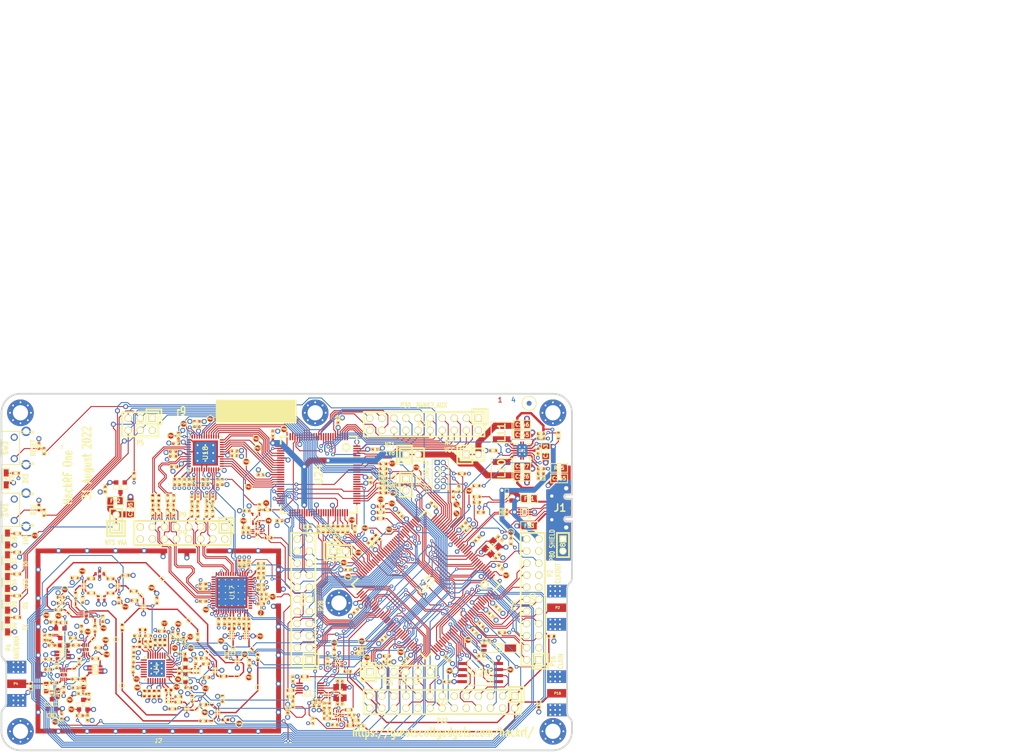
<source format=kicad_pcb>
(kicad_pcb (version 20211014) (generator pcbnew)

  (general
    (thickness 1.6116)
  )

  (paper "USLegal")
  (title_block
    (title "HackRF One")
    (date "2022-08-28")
    (rev "r9")
    (company "Copyright 2012-2022 Great Scott Gadgets")
    (comment 1 "Michael Ossmann")
    (comment 2 "Licensed under the CERN-OHL-P v2")
  )

  (layers
    (0 "F.Cu" signal "C1F")
    (1 "In1.Cu" signal "C2")
    (2 "In2.Cu" signal "C3")
    (31 "B.Cu" signal "C4B")
    (32 "B.Adhes" user "B.Adhesive")
    (33 "F.Adhes" user "F.Adhesive")
    (34 "B.Paste" user)
    (35 "F.Paste" user)
    (36 "B.SilkS" user "B.Silkscreen")
    (37 "F.SilkS" user "F.Silkscreen")
    (38 "B.Mask" user)
    (39 "F.Mask" user)
    (41 "Cmts.User" user "User.Comments")
    (44 "Edge.Cuts" user)
    (45 "Margin" user)
    (46 "B.CrtYd" user "B.Courtyard")
    (47 "F.CrtYd" user "F.Courtyard")
    (49 "F.Fab" user)
  )

  (setup
    (stackup
      (layer "F.SilkS" (type "Top Silk Screen") (color "White"))
      (layer "F.Paste" (type "Top Solder Paste"))
      (layer "F.Mask" (type "Top Solder Mask") (color "Green") (thickness 0.0127) (material "LPI") (epsilon_r 3.8) (loss_tangent 0))
      (layer "F.Cu" (type "copper") (thickness 0.035))
      (layer "dielectric 1" (type "prepreg") (thickness 0.2104) (material "7628") (epsilon_r 4.6) (loss_tangent 0))
      (layer "In1.Cu" (type "copper") (thickness 0.0152))
      (layer "dielectric 2" (type "core") (thickness 1.065) (material "7628") (epsilon_r 4.6) (loss_tangent 0))
      (layer "In2.Cu" (type "copper") (thickness 0.0152))
      (layer "dielectric 3" (type "prepreg") (thickness 0.2104) (material "7628") (epsilon_r 4.6) (loss_tangent 0))
      (layer "B.Cu" (type "copper") (thickness 0.035))
      (layer "B.Mask" (type "Bottom Solder Mask") (color "Green") (thickness 0.0127) (material "LPI") (epsilon_r 3.8) (loss_tangent 0))
      (layer "B.Paste" (type "Bottom Solder Paste"))
      (layer "B.SilkS" (type "Bottom Silk Screen") (color "White"))
      (copper_finish "ENIG")
      (dielectric_constraints yes)
    )
    (pad_to_mask_clearance 0.05)
    (pad_to_paste_clearance_ratio -0.12)
    (pcbplotparams
      (layerselection 0x00010e8_ffffffff)
      (disableapertmacros false)
      (usegerberextensions true)
      (usegerberattributes false)
      (usegerberadvancedattributes true)
      (creategerberjobfile false)
      (svguseinch false)
      (svgprecision 6)
      (excludeedgelayer true)
      (plotframeref false)
      (viasonmask false)
      (mode 1)
      (useauxorigin false)
      (hpglpennumber 1)
      (hpglpenspeed 20)
      (hpglpendiameter 15.000000)
      (dxfpolygonmode true)
      (dxfimperialunits true)
      (dxfusepcbnewfont true)
      (psnegative false)
      (psa4output false)
      (plotreference false)
      (plotvalue false)
      (plotinvisibletext false)
      (sketchpadsonfab false)
      (subtractmaskfromsilk false)
      (outputformat 1)
      (mirror false)
      (drillshape 0)
      (scaleselection 1)
      (outputdirectory "gerbers")
    )
  )

  (net 0 "")
  (net 1 "!MIX_BYPASS")
  (net 2 "!RX_AMP_PWR")
  (net 3 "!TX_AMP_PWR")
  (net 4 "!VAA_ENABLE")
  (net 5 "/Front End/RX_AMP_OUT")
  (net 6 "/Front End/RX_AMP_IN")
  (net 7 "/Front End/TX_AMP_IN")
  (net 8 "/Front End/TX_AMP_OUT")
  (net 9 "/Front End/REF_IN")
  (net 10 "/Baseband/TXBBQ-")
  (net 11 "/Baseband/TXBBQ+")
  (net 12 "/Baseband/TXBBI+")
  (net 13 "/Baseband/TXBBI-")
  (net 14 "/Baseband/COM")
  (net 15 "/Baseband/REFN")
  (net 16 "/Baseband/REFP")
  (net 17 "/Baseband/IA+")
  (net 18 "/Baseband/IA-")
  (net 19 "/Baseband/QA-")
  (net 20 "/Baseband/QA+")
  (net 21 "/Baseband/CPOUT-")
  (net 22 "/Baseband/CPOUT+")
  (net 23 "XCVR_CLK")
  (net 24 "/Baseband/XTAL2")
  (net 25 "/Microcontroller, CPLD, USB, Power/RTCX1")
  (net 26 "/Microcontroller, CPLD, USB, Power/REG_OUT2")
  (net 27 "/Microcontroller, CPLD, USB, Power/VBAT")
  (net 28 "/Microcontroller, CPLD, USB, Power/VIN")
  (net 29 "/Microcontroller, CPLD, USB, Power/REG_OUT1")
  (net 30 "/Microcontroller, CPLD, USB, Power/USB_SHIELD")
  (net 31 "/Microcontroller, CPLD, USB, Power/XTAL1")
  (net 32 "/Microcontroller, CPLD, USB, Power/XTAL2")
  (net 33 "/Microcontroller, CPLD, USB, Power/RTCX2")
  (net 34 "/Clock/XB")
  (net 35 "/Clock/XA")
  (net 36 "/Microcontroller, CPLD, USB, Power/VBUS")
  (net 37 "/Microcontroller, CPLD, USB, Power/LED1")
  (net 38 "/Microcontroller, CPLD, USB, Power/LED2")
  (net 39 "/Microcontroller, CPLD, USB, Power/LED3")
  (net 40 "/Baseband/RXBBQ-")
  (net 41 "/Baseband/RXBBI-")
  (net 42 "/Baseband/RXBBQ+")
  (net 43 "/Baseband/RXBBI+")
  (net 44 "!ANT_BIAS")
  (net 45 "/Baseband/XCVR_CLKOUT")
  (net 46 "/Microcontroller, CPLD, USB, Power/RTC_ALARM")
  (net 47 "/Microcontroller, CPLD, USB, Power/WAKEUP")
  (net 48 "/Microcontroller, CPLD, USB, Power/GPIO3_8")
  (net 49 "/Microcontroller, CPLD, USB, Power/GPIO3_9")
  (net 50 "/Microcontroller, CPLD, USB, Power/GPIO3_10")
  (net 51 "/Microcontroller, CPLD, USB, Power/GPIO3_11")
  (net 52 "/Microcontroller, CPLD, USB, Power/GPIO3_12")
  (net 53 "/Microcontroller, CPLD, USB, Power/GPIO3_13")
  (net 54 "/Microcontroller, CPLD, USB, Power/GPIO3_14")
  (net 55 "/Microcontroller, CPLD, USB, Power/GPIO3_15")
  (net 56 "/Microcontroller, CPLD, USB, Power/ADC0_6")
  (net 57 "/Microcontroller, CPLD, USB, Power/ADC0_2")
  (net 58 "/Microcontroller, CPLD, USB, Power/VBUSCTRL")
  (net 59 "/Microcontroller, CPLD, USB, Power/ADC0_5")
  (net 60 "/Microcontroller, CPLD, USB, Power/ADC0_0")
  (net 61 "/Microcontroller, CPLD, USB, Power/RESET")
  (net 62 "/Microcontroller, CPLD, USB, Power/I2C1_SCL")
  (net 63 "/Microcontroller, CPLD, USB, Power/I2C1_SDA")
  (net 64 "/Microcontroller, CPLD, USB, Power/SPIFI_CIPO")
  (net 65 "/Microcontroller, CPLD, USB, Power/SPIFI_SCK")
  (net 66 "/Microcontroller, CPLD, USB, Power/SPIFI_COPI")
  (net 67 "/Microcontroller, CPLD, USB, Power/I2S0_RX_SCK")
  (net 68 "/Microcontroller, CPLD, USB, Power/I2S0_RX_SDA")
  (net 69 "/Microcontroller, CPLD, USB, Power/I2S0_RX_MCLK")
  (net 70 "/Microcontroller, CPLD, USB, Power/I2S0_RX_WS")
  (net 71 "/Microcontroller, CPLD, USB, Power/I2S0_TX_SCK")
  (net 72 "/Microcontroller, CPLD, USB, Power/I2S0_TX_MCLK")
  (net 73 "/Microcontroller, CPLD, USB, Power/U0_RXD")
  (net 74 "/Microcontroller, CPLD, USB, Power/U0_TXD")
  (net 75 "/Microcontroller, CPLD, USB, Power/P2_9")
  (net 76 "/Microcontroller, CPLD, USB, Power/P2_13")
  (net 77 "/Microcontroller, CPLD, USB, Power/P2_8")
  (net 78 "/Microcontroller, CPLD, USB, Power/DBGEN")
  (net 79 "/Microcontroller, CPLD, USB, Power/TMS")
  (net 80 "/Microcontroller, CPLD, USB, Power/TCK")
  (net 81 "/Microcontroller, CPLD, USB, Power/TDO")
  (net 82 "/Microcontroller, CPLD, USB, Power/TDI")
  (net 83 "/Microcontroller, CPLD, USB, Power/SD_CD")
  (net 84 "/Microcontroller, CPLD, USB, Power/SD_DAT3")
  (net 85 "/Microcontroller, CPLD, USB, Power/SD_DAT2")
  (net 86 "/Microcontroller, CPLD, USB, Power/SD_DAT1")
  (net 87 "/Microcontroller, CPLD, USB, Power/SD_DAT0")
  (net 88 "/Microcontroller, CPLD, USB, Power/SD_VOLT0")
  (net 89 "/Microcontroller, CPLD, USB, Power/SD_CMD")
  (net 90 "/Microcontroller, CPLD, USB, Power/SD_POW")
  (net 91 "/Microcontroller, CPLD, USB, Power/SD_CLK")
  (net 92 "/Microcontroller, CPLD, USB, Power/B1AUX14")
  (net 93 "/Microcontroller, CPLD, USB, Power/B1AUX13")
  (net 94 "/Microcontroller, CPLD, USB, Power/CPLD_TCK")
  (net 95 "/Microcontroller, CPLD, USB, Power/BANK2F3M2")
  (net 96 "/Microcontroller, CPLD, USB, Power/CPLD_TDI")
  (net 97 "/Microcontroller, CPLD, USB, Power/BANK2F3M6")
  (net 98 "/Microcontroller, CPLD, USB, Power/BANK2F3M12")
  (net 99 "/Microcontroller, CPLD, USB, Power/BANK2F3M4")
  (net 100 "/Microcontroller, CPLD, USB, Power/CPLD_TMS")
  (net 101 "/Microcontroller, CPLD, USB, Power/CPLD_TDO")
  (net 102 "/Microcontroller, CPLD, USB, Power/B2AUX16")
  (net 103 "/Microcontroller, CPLD, USB, Power/B2AUX15")
  (net 104 "/Microcontroller, CPLD, USB, Power/B2AUX14")
  (net 105 "/Microcontroller, CPLD, USB, Power/B2AUX13")
  (net 106 "/Microcontroller, CPLD, USB, Power/B2AUX12")
  (net 107 "/Microcontroller, CPLD, USB, Power/B2AUX11")
  (net 108 "/Microcontroller, CPLD, USB, Power/B2AUX10")
  (net 109 "/Microcontroller, CPLD, USB, Power/B2AUX9")
  (net 110 "/Microcontroller, CPLD, USB, Power/B2AUX8")
  (net 111 "/Microcontroller, CPLD, USB, Power/B2AUX7")
  (net 112 "/Microcontroller, CPLD, USB, Power/B2AUX6")
  (net 113 "/Microcontroller, CPLD, USB, Power/B2AUX5")
  (net 114 "/Microcontroller, CPLD, USB, Power/B2AUX4")
  (net 115 "/Microcontroller, CPLD, USB, Power/B2AUX3")
  (net 116 "/Microcontroller, CPLD, USB, Power/B2AUX2")
  (net 117 "/Microcontroller, CPLD, USB, Power/B2AUX1")
  (net 118 "/Microcontroller, CPLD, USB, Power/GCK0")
  (net 119 "/Microcontroller, CPLD, USB, Power/SPIFI_CS")
  (net 120 "/Microcontroller, CPLD, USB, Power/VREGMODE")
  (net 121 "/Microcontroller, CPLD, USB, Power/EN1V8")
  (net 122 "/Microcontroller, CPLD, USB, Power/SGPIO0")
  (net 123 "/Microcontroller, CPLD, USB, Power/SGPIO7")
  (net 124 "/Microcontroller, CPLD, USB, Power/SGPIO9")
  (net 125 "/Microcontroller, CPLD, USB, Power/SGPIO10")
  (net 126 "/Microcontroller, CPLD, USB, Power/SGPIO11")
  (net 127 "/Microcontroller, CPLD, USB, Power/SPIFI_SIO2")
  (net 128 "/Microcontroller, CPLD, USB, Power/SPIFI_SIO3")
  (net 129 "/Baseband/QD+")
  (net 130 "/Baseband/QD-")
  (net 131 "/Baseband/ID-")
  (net 132 "/Baseband/ID+")
  (net 133 "/Clock/CLK0")
  (net 134 "Net-(C169-Pad2)")
  (net 135 "/Microcontroller, CPLD, USB, Power/DP")
  (net 136 "/Microcontroller, CPLD, USB, Power/DM")
  (net 137 "/Microcontroller, CPLD, USB, Power/RREF")
  (net 138 "/Microcontroller, CPLD, USB, Power/BANK2F3M1")
  (net 139 "/Microcontroller, CPLD, USB, Power/TRIGGER_EN")
  (net 140 "/Microcontroller, CPLD, USB, Power/BANK2F3M3")
  (net 141 "/Microcontroller, CPLD, USB, Power/SGPIO14")
  (net 142 "/Microcontroller, CPLD, USB, Power/SGPIO1")
  (net 143 "/Microcontroller, CPLD, USB, Power/BANK2F3M5")
  (net 144 "/Microcontroller, CPLD, USB, Power/SGPIO15")
  (net 145 "/Microcontroller, CPLD, USB, Power/BANK2F3M7")
  (net 146 "/Microcontroller, CPLD, USB, Power/BANK2F3M8")
  (net 147 "/Microcontroller, CPLD, USB, Power/SGPIO2")
  (net 148 "/Microcontroller, CPLD, USB, Power/BANK2F3M9")
  (net 149 "/Microcontroller, CPLD, USB, Power/SGPIO3")
  (net 150 "/Microcontroller, CPLD, USB, Power/BANK2F3M10")
  (net 151 "/Microcontroller, CPLD, USB, Power/BANK2F3M11")
  (net 152 "/Microcontroller, CPLD, USB, Power/SGPIO12")
  (net 153 "/Microcontroller, CPLD, USB, Power/SGPIO4")
  (net 154 "/Microcontroller, CPLD, USB, Power/BANK2F3M14")
  (net 155 "/Microcontroller, CPLD, USB, Power/SGPIO5")
  (net 156 "/Microcontroller, CPLD, USB, Power/BANK2F3M15")
  (net 157 "/Microcontroller, CPLD, USB, Power/SGPIO6")
  (net 158 "AMP_BYPASS")
  (net 159 "CLKIN")
  (net 160 "CLKOUT")
  (net 161 "CS_AD")
  (net 162 "CS_XCVR")
  (net 163 "DA0")
  (net 164 "DA1")
  (net 165 "DA2")
  (net 166 "DA3")
  (net 167 "DA4")
  (net 168 "DA5")
  (net 169 "DA6")
  (net 170 "DA7")
  (net 171 "DD0")
  (net 172 "DD1")
  (net 173 "DD2")
  (net 174 "DD3")
  (net 175 "DD4")
  (net 176 "DD5")
  (net 177 "DD6")
  (net 178 "DD7")
  (net 179 "DD8")
  (net 180 "DD9")
  (net 181 "GCK1")
  (net 182 "GCK2")
  (net 183 "GND")
  (net 184 "HP")
  (net 185 "LP")
  (net 186 "MCU_CLK")
  (net 187 "MIXER_ENX")
  (net 188 "MIXER_RESETX")
  (net 189 "MIXER_SCLK")
  (net 190 "MIXER_SDATA")
  (net 191 "MIX_BYPASS")
  (net 192 "MIX_CLK")
  (net 193 "RSSI")
  (net 194 "RX")
  (net 195 "RX_AMP")
  (net 196 "RX_IF")
  (net 197 "RX_MIX_BP")
  (net 198 "SCL")
  (net 199 "SDA")
  (net 200 "SGPIO_CLK")
  (net 201 "SSP1_CIPO")
  (net 202 "SSP1_COPI")
  (net 203 "SSP1_SCK")
  (net 204 "TX_AMP")
  (net 205 "TX_IF")
  (net 206 "TX_MIX_BP")
  (net 207 "VAA")
  (net 208 "VCC")
  (net 209 "XCVR_EN")
  (net 210 "Net-(C8-Pad2)")
  (net 211 "Net-(C9-Pad2)")
  (net 212 "Net-(C9-Pad1)")
  (net 213 "Net-(C12-Pad1)")
  (net 214 "Net-(C13-Pad1)")
  (net 215 "Net-(C14-Pad2)")
  (net 216 "Net-(C14-Pad1)")
  (net 217 "Net-(C15-Pad2)")
  (net 218 "Net-(C17-Pad2)")
  (net 219 "Net-(C17-Pad1)")
  (net 220 "Net-(C18-Pad2)")
  (net 221 "Net-(C18-Pad1)")
  (net 222 "Net-(C20-Pad2)")
  (net 223 "Net-(C20-Pad1)")
  (net 224 "Net-(C21-Pad2)")
  (net 225 "Net-(C21-Pad1)")
  (net 226 "Net-(C23-Pad2)")
  (net 227 "Net-(C23-Pad1)")
  (net 228 "Net-(C25-Pad1)")
  (net 229 "Net-(C26-Pad2)")
  (net 230 "Net-(C26-Pad1)")
  (net 231 "Net-(C27-Pad2)")
  (net 232 "Net-(C27-Pad1)")
  (net 233 "Net-(C28-Pad2)")
  (net 234 "Net-(C28-Pad1)")
  (net 235 "Net-(C31-Pad2)")
  (net 236 "Net-(C31-Pad1)")
  (net 237 "Net-(C32-Pad2)")
  (net 238 "Net-(C32-Pad1)")
  (net 239 "Net-(C43-Pad2)")
  (net 240 "Net-(C43-Pad1)")
  (net 241 "Net-(C44-Pad2)")
  (net 242 "Net-(C44-Pad1)")
  (net 243 "Net-(C46-Pad2)")
  (net 244 "Net-(C46-Pad1)")
  (net 245 "Net-(C48-Pad1)")
  (net 246 "Net-(C49-Pad2)")
  (net 247 "Net-(C50-Pad1)")
  (net 248 "Net-(C51-Pad2)")
  (net 249 "Net-(C51-Pad1)")
  (net 250 "Net-(C163-Pad2)")
  (net 251 "Net-(C58-Pad2)")
  (net 252 "Net-(C59-Pad2)")
  (net 253 "Net-(C61-Pad2)")
  (net 254 "Net-(C61-Pad1)")
  (net 255 "Net-(C62-Pad2)")
  (net 256 "Net-(C64-Pad2)")
  (net 257 "Net-(C64-Pad1)")
  (net 258 "Net-(C99-Pad2)")
  (net 259 "Net-(C99-Pad1)")
  (net 260 "Net-(C102-Pad2)")
  (net 261 "Net-(C102-Pad1)")
  (net 262 "Net-(C104-Pad2)")
  (net 263 "Net-(C104-Pad1)")
  (net 264 "Net-(C105-Pad1)")
  (net 265 "Net-(C106-Pad1)")
  (net 266 "Net-(C111-Pad2)")
  (net 267 "Net-(C111-Pad1)")
  (net 268 "Net-(C114-Pad2)")
  (net 269 "Net-(C114-Pad1)")
  (net 270 "Net-(C125-Pad2)")
  (net 271 "Net-(C160-Pad1)")
  (net 272 "Net-(D2-Pad2)")
  (net 273 "Net-(D4-Pad2)")
  (net 274 "Net-(D5-Pad2)")
  (net 275 "Net-(D6-Pad2)")
  (net 276 "Net-(D7-Pad2)")
  (net 277 "Net-(D8-Pad2)")
  (net 278 "Net-(FB1-Pad1)")
  (net 279 "Net-(FB2-Pad1)")
  (net 280 "Net-(FB3-Pad1)")
  (net 281 "Net-(J1-Pad3)")
  (net 282 "Net-(J1-Pad2)")
  (net 283 "Net-(L1-Pad2)")
  (net 284 "Net-(L1-Pad1)")
  (net 285 "Net-(L2-Pad1)")
  (net 286 "Net-(L3-Pad1)")
  (net 287 "Net-(L10-Pad1)")
  (net 288 "Net-(L11-Pad2)")
  (net 289 "Net-(D10-Pad1)")
  (net 290 "Net-(P6-Pad1)")
  (net 291 "Net-(P19-Pad1)")
  (net 292 "Net-(R4-Pad2)")
  (net 293 "Net-(R30-Pad2)")
  (net 294 "Net-(R19-Pad2)")
  (net 295 "Net-(R51-Pad1)")
  (net 296 "Net-(R52-Pad2)")
  (net 297 "Net-(R55-Pad2)")
  (net 298 "/Microcontroller, CPLD, USB, Power/BANK2F3M16")
  (net 299 "+1V8")
  (net 300 "unconnected-(P25-Pad3)")
  (net 301 "unconnected-(P26-Pad7)")
  (net 302 "unconnected-(U4-Pad1)")
  (net 303 "unconnected-(U4-Pad2)")
  (net 304 "unconnected-(U4-Pad3)")
  (net 305 "unconnected-(U4-Pad11)")
  (net 306 "unconnected-(U4-Pad13)")
  (net 307 "unconnected-(U4-Pad14)")
  (net 308 "unconnected-(U4-Pad17)")
  (net 309 "unconnected-(U4-Pad18)")
  (net 310 "unconnected-(U4-Pad20)")
  (net 311 "unconnected-(U4-Pad21)")
  (net 312 "unconnected-(U9-Pad2)")
  (net 313 "unconnected-(U12-Pad2)")
  (net 314 "unconnected-(U14-Pad2)")
  (net 315 "unconnected-(U15-Pad4)")
  (net 316 "unconnected-(U15-Pad6)")
  (net 317 "unconnected-(U17-Pad3)")
  (net 318 "unconnected-(U17-Pad43)")
  (net 319 "unconnected-(U17-Pad9)")
  (net 320 "unconnected-(U17-Pad12)")
  (net 321 "unconnected-(U17-Pad40)")
  (net 322 "unconnected-(U18-Pad38)")
  (net 323 "Net-(C117-Pad1)")
  (net 324 "unconnected-(U23-Pad89)")
  (net 325 "unconnected-(U23-Pad90)")
  (net 326 "unconnected-(U24-Pad14)")
  (net 327 "unconnected-(U24-Pad15)")
  (net 328 "unconnected-(U24-Pad16)")
  (net 329 "unconnected-(U24-Pad20)")
  (net 330 "unconnected-(U24-Pad25)")
  (net 331 "unconnected-(U24-Pad44)")
  (net 332 "unconnected-(U24-Pad46)")
  (net 333 "unconnected-(U24-Pad49)")
  (net 334 "unconnected-(U24-Pad50)")
  (net 335 "unconnected-(U24-Pad52)")
  (net 336 "unconnected-(U24-Pad53)")
  (net 337 "unconnected-(U24-Pad54)")
  (net 338 "unconnected-(U24-Pad58)")
  (net 339 "unconnected-(U24-Pad59)")
  (net 340 "unconnected-(U24-Pad60)")
  (net 341 "unconnected-(U24-Pad63)")
  (net 342 "unconnected-(U24-Pad65)")
  (net 343 "unconnected-(U24-Pad66)")
  (net 344 "unconnected-(U24-Pad68)")
  (net 345 "unconnected-(U24-Pad73)")
  (net 346 "unconnected-(U24-Pad75)")
  (net 347 "unconnected-(U24-Pad80)")
  (net 348 "unconnected-(U24-Pad82)")
  (net 349 "unconnected-(U24-Pad85)")
  (net 350 "unconnected-(U24-Pad86)")
  (net 351 "unconnected-(U24-Pad87)")
  (net 352 "unconnected-(U24-Pad93)")
  (net 353 "unconnected-(U24-Pad95)")
  (net 354 "unconnected-(U24-Pad96)")
  (net 355 "Net-(D10-Pad2)")
  (net 356 "Net-(C117-Pad2)")
  (net 357 "CLKOUT_EN")
  (net 358 "MCU_CLK_EN")
  (net 359 "Net-(R32-Pad2)")
  (net 360 "Net-(R33-Pad2)")
  (net 361 "Net-(R34-Pad2)")
  (net 362 "CLKIN_DETECT")
  (net 363 "Net-(R38-Pad1)")
  (net 364 "Net-(R39-Pad2)")
  (net 365 "Net-(R44-Pad2)")
  (net 366 "AD_CLK")
  (net 367 "Net-(R94-Pad2)")
  (net 368 "CLKIN_EN")
  (net 369 "FSX2_CLK")
  (net 370 "/Clock/CLK2")
  (net 371 "/Clock/CLK1")
  (net 372 "unconnected-(U4-Pad16)")
  (net 373 "unconnected-(U4-Pad9)")
  (net 374 "/Microcontroller, CPLD, USB, Power/TRST")
  (net 375 "/Microcontroller, CPLD, USB, Power/ID")
  (net 376 "/Microcontroller, CPLD, USB, Power/VBUS_DETECT")
  (net 377 "Net-(P1-Pad1)")
  (net 378 "XCVR_RXTX")
  (net 379 "unconnected-(U17-Pad44)")
  (net 380 "unconnected-(U17-Pad10)")
  (net 381 "unconnected-(U17-Pad15)")
  (net 382 "unconnected-(U17-Pad16)")
  (net 383 "unconnected-(U17-Pad17)")
  (net 384 "unconnected-(U17-Pad23)")
  (net 385 "unconnected-(U17-Pad45)")
  (net 386 "unconnected-(U17-Pad46)")
  (net 387 "unconnected-(U17-Pad55)")
  (net 388 "unconnected-(U17-Pad56)")
  (net 389 "unconnected-(U17-Pad41)")
  (net 390 "unconnected-(U17-Pad42)")
  (net 391 "unconnected-(U4-Pad15)")
  (net 392 "Net-(Q1-Pad3)")
  (net 393 "Net-(Q2-Pad3)")
  (net 394 "Net-(R85-Pad1)")

  (footprint "gsg-modules:LTST-S220" (layer "F.Cu") (at 61.27 148.838 -90))

  (footprint "gsg-modules:LTST-S220" (layer "F.Cu") (at 61.27 139.694 -90))

  (footprint "gsg-modules:LTST-S220" (layer "F.Cu") (at 61.27 130.55 -90))

  (footprint "gsg-modules:LTST-S220" (layer "F.Cu") (at 61.27 144.266 -90))

  (footprint "gsg-modules:LTST-S220" (layer "F.Cu") (at 61.27 135.122 -90))

  (footprint "GSG-TESTPOINT-30MIL-MASKONLY" (layer "F.Cu") (at 89.31402 142.49908))

  (footprint "GSG-TESTPOINT-30MIL-MASKONLY" (layer "F.Cu") (at 84.1046 151.6574))

  (footprint "GSG-TESTPOINT-30MIL-MASKONLY" (layer "F.Cu") (at 75.57516 144.21358))

  (footprint "GSG-TESTPOINT-30MIL-MASKONLY" (layer "F.Cu") (at 74.0537 146.1516))

  (footprint "GSG-TESTPOINT-30MIL-MASKONLY" (layer "F.Cu") (at 93.782 138.932))

  (footprint "GSG-TESTPOINT-30MIL-MASKONLY" (layer "F.Cu") (at 85.4 161.3602))

  (footprint "GSG-TESTPOINT-30MIL-MASKONLY" (layer "F.Cu") (at 75.33894 157.8483))

  (footprint "GSG-TESTPOINT-30MIL-MASKONLY" (layer "F.Cu") (at 79.28 151.506))

  (footprint "GSG-TESTPOINT-30MIL-MASKONLY" (layer "F.Cu") (at 113.919 161.74974))

  (footprint "GSG-TESTPOINT-30MIL-MASKONLY" (layer "F.Cu") (at 104.11206 168.79824))

  (footprint "GSG-TESTPOINT-30MIL-MASKONLY" (layer "F.Cu") (at 104.25176 165.37432))

  (footprint "GSG-TESTPOINT-30MIL-MASKONLY" (layer "F.Cu") (at 101.0158 166.26332))

  (footprint "GSG-TESTPOINT-30MIL-MASKONLY" (layer "F.Cu") (at 79.6671 147.71116))

  (footprint "GSG-TESTPOINT-30MIL-MASKONLY" (layer "F.Cu") (at 109.47654 159.42564))

  (footprint "GSG-TESTPOINT-30MIL-MASKONLY" (layer "F.Cu") (at 99.36226 147.6883))

  (footprint "GSG-TESTPOINT-30MIL-MASKONLY" (layer "F.Cu") (at 103.23068 154.2796))

  (footprint "GSG-TESTPOINT-30MIL-MASKONLY" (layer "F.Cu") (at 112.71504 153.71064))

  (footprint "gsg-modules:LTST-S220" (layer "F.Cu") (at 61 117.9 -90))

  (footprint "GSG-MARK1MM" (layer "F.Cu") (at 171 102))

  (footprint "hackrf:GSG-0402" (layer "F.Cu") (at 91.0964 163.0468 -90))

  (footprint "hackrf:GSG-0402" (layer "F.Cu") (at 90.0804 163.0468 -90))

  (footprint "hackrf:GSG-0402" (layer "F.Cu") (at 93.1284 163.0468 -90))

  (footprint "hackrf:GSG-0402" (layer "F.Cu") (at 92.1124 163.0468 -90))

  (footprint "hackrf:GSG-0402" (layer "F.Cu") (at 92.341 152.328 90))

  (footprint "hackrf:GSG-0402" (layer "F.Cu") (at 93.357 152.328 90))

  (footprint "hackrf:GSG-0402" (layer "F.Cu") (at 107.084 168.5762 180))

  (footprint "hackrf:GSG-0402" (layer "F.Cu") (at 113.919 155.448 -90))

  (footprint "hackrf:GSG-0402" (layer "F.Cu") (at 85.4 149.1682 90))

  (footprint "hackrf:GSG-0402" (layer "F.Cu") (at 87.9808 143.4816))

  (footprint "hackrf:GSG-0402" (layer "F.Cu") (at 84.7138 143.4622 90))

  (footprint "hackrf:GSG-0402" (layer "F.Cu") (at 87.7944 153.8266 -90))

  (footprint "hackrf:GSG-0402" (layer "F.Cu") (at 88.5564 150.9056 180))

  (footprint "hackrf:GSG-0402" (layer "F.Cu") (at 90.3344 152.6836 90))

  (footprint "hackrf:GSG-0402" (layer "F.Cu") (at 90.8424 150.9056))

  (footprint "hackrf:GSG-0402" (layer "F.Cu") (at 106.4998 164.1566 90))

  (footprint "hackrf:GSG-0402" (layer "F.Cu") (at 82.9358 141.9382))

  (footprint "hackrf:GSG-0402" (layer "F.Cu") (at 78.8718 141.9382))

  (footprint "hackrf:GSG-0402" (layer "F.Cu") (at 77.0938 143.3352 90))

  (footprint "hackrf:GSG-0402" (layer "F.Cu") (at 87.8078 141.5288))

  (footprint "hackrf:GSG-0402" (layer "F.Cu") (at 102.4382 165.3794 180))

  (footprint "hackrf:GSG-0402" (layer "F.Cu") (at 95.9732 166.2726))

  (footprint "hackrf:GSG-0402" (layer "F.Cu") (at 101.2698 151.1808 90))

  (footprint "hackrf:GSG-0402" (layer "F.Cu") (at 92.6798 143.4816 -90))

  (footprint "hackrf:GSG-0402" (layer "F.Cu") (at 97.1924 163.7326))

  (footprint "hackrf:GSG-0402" (layer "F.Cu") (at 78.8718 138.8902 180))

  (footprint "hackrf:GSG-0402" (layer "F.Cu") (at 82.9358 138.8902))

  (footprint "hackrf:GSG-0402" (layer "F.Cu") (at 97.1924 164.8756))

  (footprint "hackrf:GSG-0402" (layer "F.Cu") (at 75.4174 138.7124 180))

  (footprint "hackrf:GSG-0402" (layer "F.Cu") (at 86.1 138.2))

  (footprint "hackrf:GSG-0402" (layer "F.Cu") (at 75.5952 142.4462 90))

  (footprint "hackrf:GSG-0402" (layer "F.Cu") (at 102.4382 168.8084 180))

  (footprint "hackrf:GSG-0402" (layer "F.Cu") (at 100.1134 164.139 90))

  (footprint "hackrf:GSG-0402" (layer "F.Cu") (at 98.31 151.9216 90))

  (footprint "hackrf:GSG-0402" (layer "F.Cu") (at 97.167 151.1596 90))

  (footprint "hackrf:GSG-0402" (layer "F.Cu") (at 96.024 150.7786 90))

  (footprint "hackrf:GSG-0402" (layer "F.Cu") (at 93.738 149.915 180))

  (footprint "hackrf:GSG-0402" (layer "F.Cu") (at 72.4456 142.8272))

  (footprint "hackrf:GSG-0402" (layer "F.Cu") (at 81.3054 147.3454 90))

  (footprint "hackrf:GSG-0402" (layer "F.Cu") (at 72.4456 144.0718))

  (footprint "hackrf:GSG-0402" (layer "F.Cu") (at 99.326 161.8276))

  (footprint "hackrf:GSG-0402" (layer "F.Cu") (at 98.056 154.7156 180))

  (footprint "hackrf:GSG-0402" (layer "F.Cu") (at 72.009 145.415 180))

  (footprint "hackrf:GSG-0402" (layer "F.Cu") (at 79.6798 149.4282 90))

  (footprint "hackrf:GSG-0402" (layer "F.Cu") (at 102.5906 155.6512))

  (footprint "hackrf:GSG-0402" (layer "F.Cu") (at 103.0478 156.7942 180))

  (footprint "hackrf:GSG-0402" (layer "F.Cu") (at 112.1664 156.5656 90))

  (footprint "hackrf:GSG-0402" (layer "F.Cu") (at 108.7374 154.0002 90))

  (footprint "hackrf:GSG-0402" (layer "F.Cu") (at 100.85 156.2396 -90))

  (footprint "hackrf:GSG-0402" (layer "F.Cu") (at 75.678 152.92))

  (footprint "hackrf:GSG-0402" (layer "F.Cu") (at 106.7414 159.434 180))

  (footprint "hackrf:GSG-0402" (layer "F.Cu") (at 70.598 152.92 180))

  (footprint "hackrf:GSG-0402" (layer "F.Cu") (at 70.9474 147.9998 180))

  (footprint "hackrf:GSG-0402" (layer "F.Cu") (at 103.124 159.6644 180))

  (footprint "hackrf:GSG-0402" (layer "F.Cu") (at 80.377 153.428))

  (footprint "hackrf:GSG-0402" (layer "F.Cu") (at 107.3912 154.8638 90))

  (footprint "hackrf:GSG-0402" (layer "F.Cu") (at 76.835 149.4282 90))

  (footprint "hackrf:GSG-0402" (layer "F.Cu") (at 71.614 157.111 90))

  (footprint "hackrf:GSG-0402" (layer "F.Cu") (at 79.742 155.714))

  (footprint "hackrf:GSG-0402" (layer "F.Cu") (at 75.043 151.396))

  (footprint "hackrf:GSG-0402" (layer "F.Cu") (at 76.3638 156.3236 90))

  (footprint "hackrf:GSG-0402" (layer "F.Cu") (at 75.551 160.032))

  (footprint "hackrf:GSG-0402" (layer "F.Cu") (at 73.0872 162.2418 -90))

  (footprint "hackrf:GSG-0402" (layer "F.Cu") (at 71.13 160.81 180))

  (footprint "hackrf:GSG-0402" (layer "F.Cu") (at 69.836 158))

  (footprint "hackrf:GSG-0402" (layer "F.Cu") (at 69.836 155.841))

  (footprint "hackrf:GSG-0402" (layer "F.Cu") (at 87.7 158 90))

  (footprint "hackrf:GSG-0402" (layer "F.Cu") (at 126.8 165.1 -90))

  (footprint "hackrf:GSG-0402" (layer "F.Cu") (at 125.7 165.1 -90))

  (footprint "hackrf:GSG-0402" (layer "F.Cu") (at 87.8 155.9 90))

  (footprint "hackrf:GSG-0402" (layer "F.Cu") (at 100.4824 118.5578 -90))

  (footprint "hackrf:GSG-0402" (layer "F.Cu") (at 99.4664 118.5578 -90))

  (footprint "hackrf:GSG-0402" (layer "F.Cu") (at 103.4034 118.5578 -90))

  (footprint "hackrf:GSG-0402" (layer "F.Cu") (at 102.3874 118.5578 -90))

  (footprint "hackrf:GSG-0402" (layer "F.Cu") (at 105.4354 118.5578 -90))

  (footprint "hackrf:GSG-0402" (layer "F.Cu") (at 106.4514 118.5578 -90))

  (footprint "hackrf:GSG-0402" (layer "F.Cu") (at 101.6254 106.3658 90))

  (footprint "hackrf:GSG-0402" (layer "F.Cu") (at 100.6094 106.3658 90))

  (footprint "hackrf:GSG-0402" (layer "F.Cu") (at 96.7359 110.4933 180))

  (footprint "hackrf:GSG-0402" (layer "F.Cu")
    (tedit 4FB6CFE4) (tstamp 00000000-0000-0000-0000-00005787e27a)
    (at 97.2439 108.8423 90)
    (property "Description" "CAP CER 2.2UF 10V 20% X5R 0402")
    (property "Manufacturer" "Taiyo Yuden")
    (property "Part Number" "LMK105BJ225MV-F")
    (property "Sheetfile" 
... [4466877 chars truncated]
</source>
